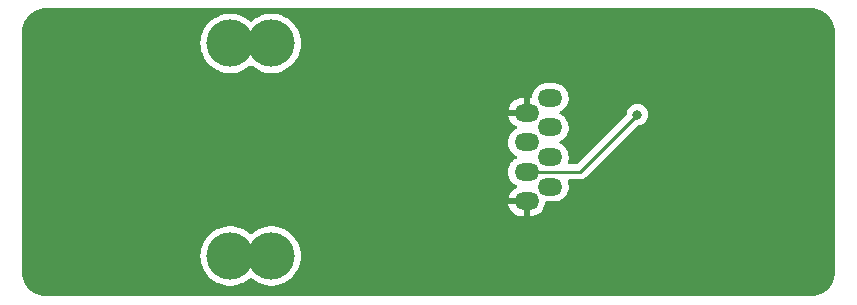
<source format=gbr>
%TF.GenerationSoftware,KiCad,Pcbnew,(6.0.0)*%
%TF.CreationDate,2022-01-12T21:24:23-06:00*%
%TF.ProjectId,Current_Sense,43757272-656e-4745-9f53-656e73652e6b,rev?*%
%TF.SameCoordinates,Original*%
%TF.FileFunction,Copper,L2,Bot*%
%TF.FilePolarity,Positive*%
%FSLAX46Y46*%
G04 Gerber Fmt 4.6, Leading zero omitted, Abs format (unit mm)*
G04 Created by KiCad (PCBNEW (6.0.0)) date 2022-01-12 21:24:23*
%MOMM*%
%LPD*%
G01*
G04 APERTURE LIST*
%TA.AperFunction,ComponentPad*%
%ADD10C,4.000000*%
%TD*%
%TA.AperFunction,ComponentPad*%
%ADD11O,2.100000X1.500000*%
%TD*%
%TA.AperFunction,ViaPad*%
%ADD12C,0.800000*%
%TD*%
%TA.AperFunction,Conductor*%
%ADD13C,0.250000*%
%TD*%
G04 APERTURE END LIST*
D10*
%TO.P,U1,9,I_in*%
%TO.N,unconnected-(U1-Pad9)*%
X75290000Y-95145001D03*
%TO.P,U1,10,I_out*%
%TO.N,unconnected-(U1-Pad10)*%
X78790000Y-77145001D03*
X75290000Y-77145001D03*
%TO.P,U1,9,I_in*%
%TO.N,unconnected-(U1-Pad9)*%
X78790000Y-95145001D03*
D11*
%TO.P,U1,1,OCD*%
%TO.N,unconnected-(U1-Pad1)*%
X102390000Y-81765001D03*
%TO.P,U1,3*%
%TO.N,N/C*%
X102390000Y-84265001D03*
%TO.P,U1,2,GND*%
%TO.N,GND*%
X100390000Y-83015001D03*
%TO.P,U1,4*%
%TO.N,N/C*%
X100390000Y-85515001D03*
%TO.P,U1,5,CLK*%
%TO.N,DFSDM1_CKIN5_5V*%
X102390000Y-86765001D03*
%TO.P,U1,6,Dout*%
%TO.N,DFSDM1_DATIN5_5V*%
X100390000Y-88015001D03*
%TO.P,U1,7,Vc*%
%TO.N,+5V*%
X102390000Y-89265001D03*
%TO.P,U1,8,GND*%
%TO.N,GND*%
X100390000Y-90515001D03*
%TD*%
D12*
%TO.N,DFSDM1_DATIN5_5V*%
X109765500Y-83185000D03*
%TD*%
D13*
%TO.N,DFSDM1_DATIN5_5V*%
X104935499Y-88015001D02*
X109765500Y-83185000D01*
X100390000Y-88015001D02*
X104935499Y-88015001D01*
%TD*%
%TA.AperFunction,Conductor*%
%TO.N,GND*%
G36*
X124430057Y-74169500D02*
G01*
X124444858Y-74171805D01*
X124444861Y-74171805D01*
X124453730Y-74173186D01*
X124469999Y-74171059D01*
X124494567Y-74170266D01*
X124716985Y-74184844D01*
X124733326Y-74186995D01*
X124977824Y-74235629D01*
X124993743Y-74239895D01*
X125229790Y-74320022D01*
X125245017Y-74326329D01*
X125468592Y-74436584D01*
X125482865Y-74444825D01*
X125690133Y-74583316D01*
X125703210Y-74593349D01*
X125890632Y-74757714D01*
X125902286Y-74769368D01*
X126066651Y-74956790D01*
X126076684Y-74969867D01*
X126215175Y-75177135D01*
X126223416Y-75191408D01*
X126333671Y-75414983D01*
X126339978Y-75430210D01*
X126420105Y-75666257D01*
X126424371Y-75682176D01*
X126473005Y-75926673D01*
X126475156Y-75943014D01*
X126489264Y-76158268D01*
X126488239Y-76181304D01*
X126488196Y-76184854D01*
X126486814Y-76193730D01*
X126488454Y-76206270D01*
X126490936Y-76225251D01*
X126492000Y-76241589D01*
X126492000Y-96470672D01*
X126490500Y-96490056D01*
X126486814Y-96513730D01*
X126488941Y-96529999D01*
X126489734Y-96554567D01*
X126475156Y-96776985D01*
X126473005Y-96793326D01*
X126424371Y-97037824D01*
X126420105Y-97053743D01*
X126339978Y-97289790D01*
X126333671Y-97305017D01*
X126223416Y-97528592D01*
X126215175Y-97542865D01*
X126076684Y-97750133D01*
X126066651Y-97763210D01*
X125902286Y-97950632D01*
X125890632Y-97962286D01*
X125703210Y-98126651D01*
X125690133Y-98136684D01*
X125482865Y-98275175D01*
X125468592Y-98283416D01*
X125245017Y-98393671D01*
X125229790Y-98399978D01*
X124993743Y-98480105D01*
X124977824Y-98484371D01*
X124733327Y-98533005D01*
X124716986Y-98535156D01*
X124501732Y-98549264D01*
X124478696Y-98548239D01*
X124475146Y-98548196D01*
X124466270Y-98546814D01*
X124437762Y-98550542D01*
X124434749Y-98550936D01*
X124418411Y-98552000D01*
X59739328Y-98552000D01*
X59719943Y-98550500D01*
X59705142Y-98548195D01*
X59705139Y-98548195D01*
X59696270Y-98546814D01*
X59680001Y-98548941D01*
X59655433Y-98549734D01*
X59433015Y-98535156D01*
X59416674Y-98533005D01*
X59172176Y-98484371D01*
X59156257Y-98480105D01*
X58920210Y-98399978D01*
X58904983Y-98393671D01*
X58681408Y-98283416D01*
X58667135Y-98275175D01*
X58459867Y-98136684D01*
X58446790Y-98126651D01*
X58259368Y-97962286D01*
X58247714Y-97950632D01*
X58083349Y-97763210D01*
X58073316Y-97750133D01*
X57934825Y-97542865D01*
X57926584Y-97528592D01*
X57816329Y-97305017D01*
X57810022Y-97289790D01*
X57729895Y-97053743D01*
X57725629Y-97037824D01*
X57676995Y-96793327D01*
X57674844Y-96776986D01*
X57660736Y-96561732D01*
X57661761Y-96538696D01*
X57661804Y-96535146D01*
X57663186Y-96526270D01*
X57659064Y-96494748D01*
X57658000Y-96478411D01*
X57658000Y-95145001D01*
X72776540Y-95145001D01*
X72796359Y-95460021D01*
X72855505Y-95770073D01*
X72953044Y-96070267D01*
X72954731Y-96073853D01*
X72954733Y-96073857D01*
X73085750Y-96352284D01*
X73085754Y-96352291D01*
X73087438Y-96355870D01*
X73256568Y-96622376D01*
X73457767Y-96865583D01*
X73687860Y-97081655D01*
X73943221Y-97267185D01*
X73946690Y-97269092D01*
X73946693Y-97269094D01*
X74216352Y-97417341D01*
X74219821Y-97419248D01*
X74223490Y-97420701D01*
X74223495Y-97420703D01*
X74330770Y-97463176D01*
X74513298Y-97535444D01*
X74819025Y-97613941D01*
X75132179Y-97653501D01*
X75447821Y-97653501D01*
X75760975Y-97613941D01*
X76066702Y-97535444D01*
X76249230Y-97463176D01*
X76356505Y-97420703D01*
X76356510Y-97420701D01*
X76360179Y-97419248D01*
X76363648Y-97417341D01*
X76633307Y-97269094D01*
X76633310Y-97269092D01*
X76636779Y-97267185D01*
X76892140Y-97081655D01*
X76953747Y-97023802D01*
X77017097Y-96991751D01*
X77087719Y-96999038D01*
X77126253Y-97023802D01*
X77187860Y-97081655D01*
X77443221Y-97267185D01*
X77446690Y-97269092D01*
X77446693Y-97269094D01*
X77716352Y-97417341D01*
X77719821Y-97419248D01*
X77723490Y-97420701D01*
X77723495Y-97420703D01*
X77830770Y-97463176D01*
X78013298Y-97535444D01*
X78319025Y-97613941D01*
X78632179Y-97653501D01*
X78947821Y-97653501D01*
X79260975Y-97613941D01*
X79566702Y-97535444D01*
X79749230Y-97463176D01*
X79856505Y-97420703D01*
X79856510Y-97420701D01*
X79860179Y-97419248D01*
X79863648Y-97417341D01*
X80133307Y-97269094D01*
X80133310Y-97269092D01*
X80136779Y-97267185D01*
X80392140Y-97081655D01*
X80622233Y-96865583D01*
X80823432Y-96622376D01*
X80992562Y-96355870D01*
X80994246Y-96352291D01*
X80994250Y-96352284D01*
X81125267Y-96073857D01*
X81125269Y-96073853D01*
X81126956Y-96070267D01*
X81224495Y-95770073D01*
X81283641Y-95460021D01*
X81303460Y-95145001D01*
X81283641Y-94829981D01*
X81224495Y-94519929D01*
X81126956Y-94219735D01*
X81125267Y-94216145D01*
X80994250Y-93937718D01*
X80994246Y-93937711D01*
X80992562Y-93934132D01*
X80823432Y-93667626D01*
X80622233Y-93424419D01*
X80392140Y-93208347D01*
X80136779Y-93022817D01*
X79860179Y-92870754D01*
X79856510Y-92869301D01*
X79856505Y-92869299D01*
X79570372Y-92756011D01*
X79570371Y-92756011D01*
X79566702Y-92754558D01*
X79260975Y-92676061D01*
X78947821Y-92636501D01*
X78632179Y-92636501D01*
X78319025Y-92676061D01*
X78013298Y-92754558D01*
X78009629Y-92756011D01*
X78009628Y-92756011D01*
X77723495Y-92869299D01*
X77723490Y-92869301D01*
X77719821Y-92870754D01*
X77443221Y-93022817D01*
X77187860Y-93208347D01*
X77126253Y-93266200D01*
X77062903Y-93298251D01*
X76992281Y-93290964D01*
X76953747Y-93266200D01*
X76892140Y-93208347D01*
X76636779Y-93022817D01*
X76360179Y-92870754D01*
X76356510Y-92869301D01*
X76356505Y-92869299D01*
X76070372Y-92756011D01*
X76070371Y-92756011D01*
X76066702Y-92754558D01*
X75760975Y-92676061D01*
X75447821Y-92636501D01*
X75132179Y-92636501D01*
X74819025Y-92676061D01*
X74513298Y-92754558D01*
X74509629Y-92756011D01*
X74509628Y-92756011D01*
X74223495Y-92869299D01*
X74223490Y-92869301D01*
X74219821Y-92870754D01*
X73943221Y-93022817D01*
X73687860Y-93208347D01*
X73457767Y-93424419D01*
X73256568Y-93667626D01*
X73087438Y-93934132D01*
X73085754Y-93937711D01*
X73085750Y-93937718D01*
X72954733Y-94216145D01*
X72953044Y-94219735D01*
X72855505Y-94519929D01*
X72796359Y-94829981D01*
X72776540Y-95145001D01*
X57658000Y-95145001D01*
X57658000Y-90782729D01*
X98856114Y-90782729D01*
X98856166Y-90782974D01*
X98918898Y-90986884D01*
X98923119Y-90997230D01*
X99020971Y-91186815D01*
X99026957Y-91196246D01*
X99156832Y-91365502D01*
X99164393Y-91373725D01*
X99322194Y-91517313D01*
X99331094Y-91524068D01*
X99511815Y-91637435D01*
X99521781Y-91642512D01*
X99719714Y-91722081D01*
X99730429Y-91725316D01*
X99940301Y-91768778D01*
X99949438Y-91769981D01*
X99999990Y-91772896D01*
X100003637Y-91773001D01*
X100117885Y-91773001D01*
X100133124Y-91768526D01*
X100134329Y-91767136D01*
X100136000Y-91759453D01*
X100136000Y-90787116D01*
X100131525Y-90771877D01*
X100130135Y-90770672D01*
X100122452Y-90769001D01*
X98871589Y-90769001D01*
X98857607Y-90773106D01*
X98856114Y-90782729D01*
X57658000Y-90782729D01*
X57658000Y-88054691D01*
X98827037Y-88054691D01*
X98854025Y-88277716D01*
X98920082Y-88492436D01*
X98922652Y-88497416D01*
X98922654Y-88497420D01*
X99017069Y-88680345D01*
X99023118Y-88692065D01*
X99159877Y-88870293D01*
X99326036Y-89021486D01*
X99330783Y-89024464D01*
X99330786Y-89024466D01*
X99511595Y-89137886D01*
X99516344Y-89140865D01*
X99538870Y-89149920D01*
X99594611Y-89193885D01*
X99617737Y-89261010D01*
X99600901Y-89329981D01*
X99546116Y-89380551D01*
X99452106Y-89425392D01*
X99442484Y-89431083D01*
X99269233Y-89555576D01*
X99260767Y-89562884D01*
X99112308Y-89716083D01*
X99105265Y-89724780D01*
X98986281Y-89901845D01*
X98980895Y-89911643D01*
X98895143Y-90106991D01*
X98891578Y-90117583D01*
X98861376Y-90243385D01*
X98862081Y-90257471D01*
X98870960Y-90261001D01*
X100518000Y-90261001D01*
X100586121Y-90281003D01*
X100632614Y-90334659D01*
X100644000Y-90387001D01*
X100644000Y-91754886D01*
X100648475Y-91770125D01*
X100649865Y-91771330D01*
X100657548Y-91773001D01*
X100744175Y-91773001D01*
X100749770Y-91772752D01*
X100908078Y-91758623D01*
X100919092Y-91756641D01*
X101124860Y-91700350D01*
X101135341Y-91696452D01*
X101327903Y-91604604D01*
X101337516Y-91598919D01*
X101510767Y-91474426D01*
X101519233Y-91467118D01*
X101667692Y-91313919D01*
X101674735Y-91305222D01*
X101793719Y-91128157D01*
X101799105Y-91118359D01*
X101884857Y-90923011D01*
X101888422Y-90912419D01*
X101938225Y-90704973D01*
X101939858Y-90693911D01*
X101942837Y-90642248D01*
X101966727Y-90575392D01*
X102022970Y-90532064D01*
X102068628Y-90523501D01*
X102746999Y-90523501D01*
X102749786Y-90523252D01*
X102749792Y-90523252D01*
X102819929Y-90516992D01*
X102913762Y-90508618D01*
X102919176Y-90507137D01*
X102919181Y-90507136D01*
X103046912Y-90472192D01*
X103130451Y-90449338D01*
X103135509Y-90446926D01*
X103135513Y-90446924D01*
X103261143Y-90387001D01*
X103333218Y-90352623D01*
X103515654Y-90221530D01*
X103671992Y-90060202D01*
X103797290Y-89873739D01*
X103887588Y-89668034D01*
X103912833Y-89562884D01*
X103938722Y-89455047D01*
X103938722Y-89455046D01*
X103940032Y-89449590D01*
X103952963Y-89225311D01*
X103925975Y-89002286D01*
X103867296Y-88811548D01*
X103866384Y-88740560D01*
X103903996Y-88680345D01*
X103968192Y-88650024D01*
X103987726Y-88648501D01*
X104856732Y-88648501D01*
X104867915Y-88649028D01*
X104875408Y-88650703D01*
X104883334Y-88650454D01*
X104883335Y-88650454D01*
X104943485Y-88648563D01*
X104947444Y-88648501D01*
X104975355Y-88648501D01*
X104979290Y-88648004D01*
X104979355Y-88647996D01*
X104991192Y-88647063D01*
X105023450Y-88646049D01*
X105027469Y-88645923D01*
X105035388Y-88645674D01*
X105054842Y-88640022D01*
X105074199Y-88636014D01*
X105086429Y-88634469D01*
X105086430Y-88634469D01*
X105094296Y-88633475D01*
X105101667Y-88630556D01*
X105101669Y-88630556D01*
X105135411Y-88617197D01*
X105146641Y-88613352D01*
X105181482Y-88603230D01*
X105181483Y-88603230D01*
X105189092Y-88601019D01*
X105195911Y-88596986D01*
X105195916Y-88596984D01*
X105206527Y-88590708D01*
X105224275Y-88582013D01*
X105243116Y-88574553D01*
X105278886Y-88548565D01*
X105288806Y-88542049D01*
X105320034Y-88523581D01*
X105320037Y-88523579D01*
X105326861Y-88519543D01*
X105341182Y-88505222D01*
X105356216Y-88492381D01*
X105372606Y-88480473D01*
X105400797Y-88446396D01*
X105408787Y-88437617D01*
X109716000Y-84130405D01*
X109778312Y-84096379D01*
X109805095Y-84093500D01*
X109860987Y-84093500D01*
X109867439Y-84092128D01*
X109867444Y-84092128D01*
X109954388Y-84073647D01*
X110047788Y-84053794D01*
X110114554Y-84024068D01*
X110216222Y-83978803D01*
X110216224Y-83978802D01*
X110222252Y-83976118D01*
X110376753Y-83863866D01*
X110445454Y-83787566D01*
X110500121Y-83726852D01*
X110500122Y-83726851D01*
X110504540Y-83721944D01*
X110600027Y-83556556D01*
X110659042Y-83374928D01*
X110671591Y-83255536D01*
X110678314Y-83191565D01*
X110679004Y-83185000D01*
X110665377Y-83055345D01*
X110659732Y-83001635D01*
X110659732Y-83001633D01*
X110659042Y-82995072D01*
X110600027Y-82813444D01*
X110575803Y-82771486D01*
X110507841Y-82653774D01*
X110504540Y-82648056D01*
X110376753Y-82506134D01*
X110222252Y-82393882D01*
X110216224Y-82391198D01*
X110216222Y-82391197D01*
X110053819Y-82318891D01*
X110053818Y-82318891D01*
X110047788Y-82316206D01*
X109954388Y-82296353D01*
X109867444Y-82277872D01*
X109867439Y-82277872D01*
X109860987Y-82276500D01*
X109670013Y-82276500D01*
X109663561Y-82277872D01*
X109663556Y-82277872D01*
X109576612Y-82296353D01*
X109483212Y-82316206D01*
X109477182Y-82318891D01*
X109477181Y-82318891D01*
X109314778Y-82391197D01*
X109314776Y-82391198D01*
X109308748Y-82393882D01*
X109154247Y-82506134D01*
X109026460Y-82648056D01*
X109023159Y-82653774D01*
X108955198Y-82771486D01*
X108930973Y-82813444D01*
X108871958Y-82995072D01*
X108871268Y-83001633D01*
X108871268Y-83001635D01*
X108865623Y-83055345D01*
X108856817Y-83139137D01*
X108854593Y-83160293D01*
X108827580Y-83225950D01*
X108818378Y-83236218D01*
X104709999Y-87344596D01*
X104647687Y-87378622D01*
X104620904Y-87381501D01*
X103986798Y-87381501D01*
X103918677Y-87361499D01*
X103872184Y-87307843D01*
X103862080Y-87237569D01*
X103871425Y-87204855D01*
X103885331Y-87173176D01*
X103885332Y-87173174D01*
X103887588Y-87168034D01*
X103940032Y-86949590D01*
X103950307Y-86771384D01*
X103952640Y-86730918D01*
X103952640Y-86730915D01*
X103952963Y-86725311D01*
X103925975Y-86502286D01*
X103859918Y-86287566D01*
X103810627Y-86192065D01*
X103759454Y-86092920D01*
X103759454Y-86092919D01*
X103756882Y-86087937D01*
X103620123Y-85909709D01*
X103453964Y-85758516D01*
X103449217Y-85755538D01*
X103449214Y-85755536D01*
X103268405Y-85642116D01*
X103263656Y-85639137D01*
X103241761Y-85630335D01*
X103186018Y-85586371D01*
X103162892Y-85519246D01*
X103179728Y-85450275D01*
X103234513Y-85399704D01*
X103328151Y-85355040D01*
X103328152Y-85355039D01*
X103333218Y-85352623D01*
X103515654Y-85221530D01*
X103671992Y-85060202D01*
X103797290Y-84873739D01*
X103887588Y-84668034D01*
X103940032Y-84449590D01*
X103952963Y-84225311D01*
X103925975Y-84002286D01*
X103859918Y-83787566D01*
X103828582Y-83726852D01*
X103759454Y-83592920D01*
X103759454Y-83592919D01*
X103756882Y-83587937D01*
X103620123Y-83409709D01*
X103453964Y-83258516D01*
X103449217Y-83255538D01*
X103449214Y-83255536D01*
X103268405Y-83142116D01*
X103263656Y-83139137D01*
X103241761Y-83130335D01*
X103186018Y-83086371D01*
X103162892Y-83019246D01*
X103179728Y-82950275D01*
X103234513Y-82899704D01*
X103328151Y-82855040D01*
X103328152Y-82855039D01*
X103333218Y-82852623D01*
X103515654Y-82721530D01*
X103671992Y-82560202D01*
X103797290Y-82373739D01*
X103887588Y-82168034D01*
X103912833Y-82062884D01*
X103938722Y-81955047D01*
X103938722Y-81955046D01*
X103940032Y-81949590D01*
X103948386Y-81804691D01*
X103952640Y-81730918D01*
X103952640Y-81730915D01*
X103952963Y-81725311D01*
X103925975Y-81502286D01*
X103859918Y-81287566D01*
X103794798Y-81161397D01*
X103759454Y-81092920D01*
X103759454Y-81092919D01*
X103756882Y-81087937D01*
X103620123Y-80909709D01*
X103453964Y-80758516D01*
X103449217Y-80755538D01*
X103449214Y-80755536D01*
X103268405Y-80642116D01*
X103263656Y-80639137D01*
X103055217Y-80555345D01*
X102835233Y-80509788D01*
X102830622Y-80509522D01*
X102830621Y-80509522D01*
X102780048Y-80506606D01*
X102780044Y-80506606D01*
X102778225Y-80506501D01*
X102033001Y-80506501D01*
X102030214Y-80506750D01*
X102030208Y-80506750D01*
X101960071Y-80513010D01*
X101866238Y-80521384D01*
X101860824Y-80522865D01*
X101860819Y-80522866D01*
X101746262Y-80554206D01*
X101649549Y-80580664D01*
X101644491Y-80583076D01*
X101644487Y-80583078D01*
X101548166Y-80629021D01*
X101446782Y-80677379D01*
X101264346Y-80808472D01*
X101108008Y-80969800D01*
X100982710Y-81156263D01*
X100892412Y-81361968D01*
X100839968Y-81580412D01*
X100839645Y-81586016D01*
X100836633Y-81638254D01*
X100812743Y-81705110D01*
X100756500Y-81748438D01*
X100710842Y-81757001D01*
X100662115Y-81757001D01*
X100646876Y-81761476D01*
X100645671Y-81762866D01*
X100644000Y-81770549D01*
X100644000Y-83143001D01*
X100623998Y-83211122D01*
X100570342Y-83257615D01*
X100518000Y-83269001D01*
X98871589Y-83269001D01*
X98857607Y-83273106D01*
X98856114Y-83282729D01*
X98856166Y-83282974D01*
X98918898Y-83486884D01*
X98923119Y-83497230D01*
X99020971Y-83686815D01*
X99026957Y-83696246D01*
X99156832Y-83865502D01*
X99164393Y-83873725D01*
X99322194Y-84017313D01*
X99331094Y-84024068D01*
X99511815Y-84137435D01*
X99521778Y-84142511D01*
X99538849Y-84149373D01*
X99594594Y-84193338D01*
X99617721Y-84260463D01*
X99600885Y-84329435D01*
X99546101Y-84380006D01*
X99446782Y-84427379D01*
X99264346Y-84558472D01*
X99108008Y-84719800D01*
X98982710Y-84906263D01*
X98892412Y-85111968D01*
X98839968Y-85330412D01*
X98838548Y-85355040D01*
X98829081Y-85519246D01*
X98827037Y-85554691D01*
X98854025Y-85777716D01*
X98920082Y-85992436D01*
X98922652Y-85997416D01*
X98922654Y-85997420D01*
X99020546Y-86187082D01*
X99023118Y-86192065D01*
X99159877Y-86370293D01*
X99326036Y-86521486D01*
X99330783Y-86524464D01*
X99330786Y-86524466D01*
X99511595Y-86637886D01*
X99516344Y-86640865D01*
X99538239Y-86649667D01*
X99593982Y-86693631D01*
X99617108Y-86760756D01*
X99600272Y-86829727D01*
X99545487Y-86880298D01*
X99451849Y-86924962D01*
X99446782Y-86927379D01*
X99264346Y-87058472D01*
X99260439Y-87062504D01*
X99122491Y-87204855D01*
X99108008Y-87219800D01*
X98982710Y-87406263D01*
X98892412Y-87611968D01*
X98839968Y-87830412D01*
X98827037Y-88054691D01*
X57658000Y-88054691D01*
X57658000Y-82743385D01*
X98861376Y-82743385D01*
X98862081Y-82757471D01*
X98870960Y-82761001D01*
X100117885Y-82761001D01*
X100133124Y-82756526D01*
X100134329Y-82755136D01*
X100136000Y-82747453D01*
X100136000Y-81775116D01*
X100131525Y-81759877D01*
X100130135Y-81758672D01*
X100122452Y-81757001D01*
X100035825Y-81757001D01*
X100030230Y-81757250D01*
X99871922Y-81771379D01*
X99860908Y-81773361D01*
X99655140Y-81829652D01*
X99644659Y-81833550D01*
X99452097Y-81925398D01*
X99442484Y-81931083D01*
X99269233Y-82055576D01*
X99260767Y-82062884D01*
X99112308Y-82216083D01*
X99105265Y-82224780D01*
X98986281Y-82401845D01*
X98980895Y-82411643D01*
X98895143Y-82606991D01*
X98891578Y-82617583D01*
X98861376Y-82743385D01*
X57658000Y-82743385D01*
X57658000Y-77145001D01*
X72776540Y-77145001D01*
X72796359Y-77460021D01*
X72855505Y-77770073D01*
X72953044Y-78070267D01*
X72954731Y-78073853D01*
X72954733Y-78073857D01*
X73085750Y-78352284D01*
X73085754Y-78352291D01*
X73087438Y-78355870D01*
X73256568Y-78622376D01*
X73457767Y-78865583D01*
X73687860Y-79081655D01*
X73943221Y-79267185D01*
X74219821Y-79419248D01*
X74223490Y-79420701D01*
X74223495Y-79420703D01*
X74509628Y-79533991D01*
X74513298Y-79535444D01*
X74819025Y-79613941D01*
X75132179Y-79653501D01*
X75447821Y-79653501D01*
X75760975Y-79613941D01*
X76066702Y-79535444D01*
X76070372Y-79533991D01*
X76356505Y-79420703D01*
X76356510Y-79420701D01*
X76360179Y-79419248D01*
X76636779Y-79267185D01*
X76892140Y-79081655D01*
X76953747Y-79023802D01*
X77017097Y-78991751D01*
X77087719Y-78999038D01*
X77126253Y-79023802D01*
X77187860Y-79081655D01*
X77443221Y-79267185D01*
X77719821Y-79419248D01*
X77723490Y-79420701D01*
X77723495Y-79420703D01*
X78009628Y-79533991D01*
X78013298Y-79535444D01*
X78319025Y-79613941D01*
X78632179Y-79653501D01*
X78947821Y-79653501D01*
X79260975Y-79613941D01*
X79566702Y-79535444D01*
X79570372Y-79533991D01*
X79856505Y-79420703D01*
X79856510Y-79420701D01*
X79860179Y-79419248D01*
X80136779Y-79267185D01*
X80392140Y-79081655D01*
X80622233Y-78865583D01*
X80823432Y-78622376D01*
X80992562Y-78355870D01*
X80994246Y-78352291D01*
X80994250Y-78352284D01*
X81125267Y-78073857D01*
X81125269Y-78073853D01*
X81126956Y-78070267D01*
X81224495Y-77770073D01*
X81283641Y-77460021D01*
X81303460Y-77145001D01*
X81283641Y-76829981D01*
X81224495Y-76519929D01*
X81126956Y-76219735D01*
X81120620Y-76206270D01*
X80994250Y-75937718D01*
X80994246Y-75937711D01*
X80992562Y-75934132D01*
X80823432Y-75667626D01*
X80622233Y-75424419D01*
X80392140Y-75208347D01*
X80368826Y-75191408D01*
X80336369Y-75167827D01*
X80136779Y-75022817D01*
X80027968Y-74962997D01*
X79863648Y-74872661D01*
X79863647Y-74872660D01*
X79860179Y-74870754D01*
X79856510Y-74869301D01*
X79856505Y-74869299D01*
X79570372Y-74756011D01*
X79570371Y-74756011D01*
X79566702Y-74754558D01*
X79260975Y-74676061D01*
X78947821Y-74636501D01*
X78632179Y-74636501D01*
X78319025Y-74676061D01*
X78013298Y-74754558D01*
X78009629Y-74756011D01*
X78009628Y-74756011D01*
X77723495Y-74869299D01*
X77723490Y-74869301D01*
X77719821Y-74870754D01*
X77716353Y-74872660D01*
X77716352Y-74872661D01*
X77552033Y-74962997D01*
X77443221Y-75022817D01*
X77243631Y-75167827D01*
X77211175Y-75191408D01*
X77187860Y-75208347D01*
X77126253Y-75266200D01*
X77062903Y-75298251D01*
X76992281Y-75290964D01*
X76953747Y-75266200D01*
X76892140Y-75208347D01*
X76868826Y-75191408D01*
X76836369Y-75167827D01*
X76636779Y-75022817D01*
X76527968Y-74962997D01*
X76363648Y-74872661D01*
X76363647Y-74872660D01*
X76360179Y-74870754D01*
X76356510Y-74869301D01*
X76356505Y-74869299D01*
X76070372Y-74756011D01*
X76070371Y-74756011D01*
X76066702Y-74754558D01*
X75760975Y-74676061D01*
X75447821Y-74636501D01*
X75132179Y-74636501D01*
X74819025Y-74676061D01*
X74513298Y-74754558D01*
X74509629Y-74756011D01*
X74509628Y-74756011D01*
X74223495Y-74869299D01*
X74223490Y-74869301D01*
X74219821Y-74870754D01*
X74216353Y-74872660D01*
X74216352Y-74872661D01*
X74052033Y-74962997D01*
X73943221Y-75022817D01*
X73743631Y-75167827D01*
X73711175Y-75191408D01*
X73687860Y-75208347D01*
X73457767Y-75424419D01*
X73256568Y-75667626D01*
X73087438Y-75934132D01*
X73085754Y-75937711D01*
X73085750Y-75937718D01*
X72959380Y-76206270D01*
X72953044Y-76219735D01*
X72855505Y-76519929D01*
X72796359Y-76829981D01*
X72776540Y-77145001D01*
X57658000Y-77145001D01*
X57658000Y-76249328D01*
X57659500Y-76229943D01*
X57661805Y-76215142D01*
X57661805Y-76215139D01*
X57663186Y-76206270D01*
X57661059Y-76190001D01*
X57660266Y-76165433D01*
X57674844Y-75943015D01*
X57676995Y-75926674D01*
X57725629Y-75682176D01*
X57729895Y-75666257D01*
X57810022Y-75430210D01*
X57816329Y-75414983D01*
X57926584Y-75191408D01*
X57934825Y-75177135D01*
X58073316Y-74969867D01*
X58083349Y-74956790D01*
X58247714Y-74769368D01*
X58259368Y-74757714D01*
X58446790Y-74593349D01*
X58459867Y-74583316D01*
X58667135Y-74444825D01*
X58681408Y-74436584D01*
X58904983Y-74326329D01*
X58920210Y-74320022D01*
X59156257Y-74239895D01*
X59172176Y-74235629D01*
X59416673Y-74186995D01*
X59433014Y-74184844D01*
X59648268Y-74170736D01*
X59671304Y-74171761D01*
X59674854Y-74171804D01*
X59683730Y-74173186D01*
X59715252Y-74169064D01*
X59731589Y-74168000D01*
X124410672Y-74168000D01*
X124430057Y-74169500D01*
G37*
%TD.AperFunction*%
%TD*%
M02*

</source>
